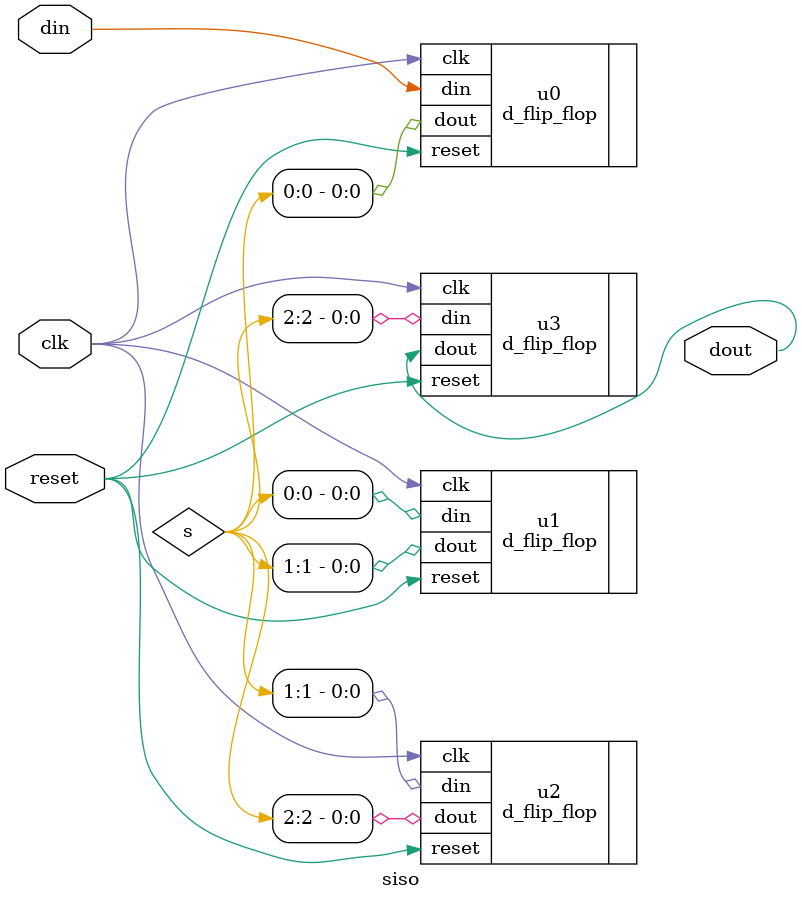
<source format=v>
module siso ( din ,clk ,reset ,dout );

output dout ;

input din ;
input clk ;
input reset ;   
wire [2:0]s;

d_flip_flop u0 (.din(din),
.clk(clk),
.reset(reset),
.dout(s[0]));


d_flip_flop u1 (.din(s[0]),
.clk(clk),
.reset(reset),
.dout(s[1]));


d_flip_flop u2 (.din(s[1]),
.clk(clk),
.reset(reset),
.dout(s[2]));


d_flip_flop u3 (.din(s[2]),
.clk(clk),
.reset(reset),
.dout(dout));


endmodule
</source>
